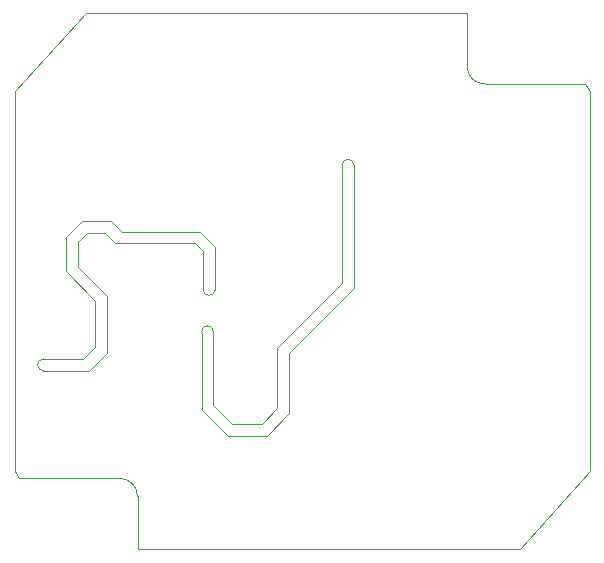
<source format=gbr>
%TF.GenerationSoftware,KiCad,Pcbnew,8.0.8*%
%TF.CreationDate,2025-03-23T22:06:23+01:00*%
%TF.ProjectId,raumtemp_relay,7261756d-7465-46d7-905f-72656c61792e,rev?*%
%TF.SameCoordinates,Original*%
%TF.FileFunction,Profile,NP*%
%FSLAX46Y46*%
G04 Gerber Fmt 4.6, Leading zero omitted, Abs format (unit mm)*
G04 Created by KiCad (PCBNEW 8.0.8) date 2025-03-23 22:06:23*
%MOMM*%
%LPD*%
G01*
G04 APERTURE LIST*
%TA.AperFunction,Profile*%
%ADD10C,0.050000*%
%TD*%
G04 APERTURE END LIST*
D10*
X129000000Y-101500000D02*
G75*
G02*
X130500000Y-103000000I0J-1500000D01*
G01*
X135925001Y-89080000D02*
G75*
G02*
X136924999Y-89080000I499999J0D01*
G01*
X137057892Y-81880000D02*
X135825000Y-80647108D01*
X136057892Y-85512892D02*
X136057892Y-82280000D01*
X128257892Y-79680000D02*
X128125000Y-79680000D01*
X127925000Y-90880000D02*
X126425000Y-92380000D01*
X147825000Y-84980000D02*
X147825000Y-74980000D01*
X138525000Y-96880000D02*
X141025000Y-96880000D01*
X127925000Y-86080000D02*
X127925000Y-90880000D01*
X122538630Y-92380000D02*
G75*
G02*
X122538630Y-91380000I-30J500000D01*
G01*
X148825000Y-85380000D02*
X143325000Y-90880000D01*
X125925000Y-91380000D02*
X126925000Y-90380000D01*
X124425000Y-83980000D02*
X124425000Y-81080000D01*
X138125000Y-97880000D02*
X135925000Y-95680000D01*
X137057892Y-85512892D02*
G75*
G02*
X136057892Y-85512892I-500000J0D01*
G01*
X136057892Y-82280000D02*
X135357892Y-81580000D01*
X159900000Y-68100000D02*
G75*
G02*
X158400000Y-66600000I0J1500000D01*
G01*
X158400000Y-66600000D02*
X158400000Y-62100000D01*
X168400000Y-68100000D02*
X159900000Y-68100000D01*
X158400000Y-62100000D02*
X126100000Y-62100000D01*
X135125000Y-81580000D02*
X135357892Y-81580000D01*
X147825000Y-74980000D02*
G75*
G02*
X148825000Y-74980000I500000J0D01*
G01*
X142325000Y-90480000D02*
X147825000Y-84980000D01*
X141425000Y-97880000D02*
X138125000Y-97880000D01*
X137057892Y-85512892D02*
X137057892Y-81880000D01*
X127925000Y-86080000D02*
X125425000Y-83580000D01*
X126100000Y-62100000D02*
X120100000Y-68700000D01*
X130500000Y-103000000D02*
X130500000Y-107500000D01*
X130500000Y-107500000D02*
X162900000Y-107500000D01*
X124425000Y-81080000D02*
X125825000Y-79680000D01*
X168800000Y-68700000D02*
X168400000Y-68100000D01*
X120500000Y-101500000D02*
X129000000Y-101500000D01*
X127625000Y-80680000D02*
X127725000Y-80680000D01*
X122525000Y-91380000D02*
X125925000Y-91380000D01*
X126925000Y-86480000D02*
X124425000Y-83980000D01*
X125425000Y-81480000D02*
X125425000Y-83580000D01*
X126425000Y-92380000D02*
X126025000Y-92380000D01*
X127625000Y-80680000D02*
X126225000Y-80680000D01*
X135925000Y-95680000D02*
X135925000Y-89080000D01*
X162900000Y-107500000D02*
X168800000Y-100900000D01*
X136925000Y-89080000D02*
X136925000Y-95280000D01*
X125825000Y-79680000D02*
X128125000Y-79680000D01*
X142325000Y-95580000D02*
X142325000Y-90480000D01*
X120100000Y-100900000D02*
X120500000Y-101500000D01*
X129225000Y-80647108D02*
X128257892Y-79680000D01*
X141025000Y-96880000D02*
X142325000Y-95580000D01*
X120100000Y-68700000D02*
X120100000Y-100900000D01*
X136925000Y-95280000D02*
X138525000Y-96880000D01*
X143325000Y-95980000D02*
X141425000Y-97880000D01*
X148825000Y-74980000D02*
X148825000Y-85380000D01*
X125425000Y-81480000D02*
X126225000Y-80680000D01*
X143325000Y-90880000D02*
X143325000Y-95980000D01*
X128625000Y-81580000D02*
X135125000Y-81580000D01*
X168800000Y-100900000D02*
X168800000Y-68700000D01*
X126925000Y-90380000D02*
X126925000Y-86480000D01*
X127725000Y-80680000D02*
X128625000Y-81580000D01*
X122525000Y-92380000D02*
X126025000Y-92380000D01*
X135825000Y-80647108D02*
X129225000Y-80647108D01*
M02*

</source>
